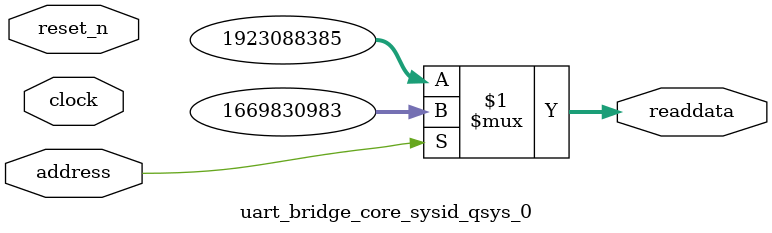
<source format=v>



// synthesis translate_off
`timescale 1ns / 1ps
// synthesis translate_on

// turn off superfluous verilog processor warnings 
// altera message_level Level1 
// altera message_off 10034 10035 10036 10037 10230 10240 10030 

module uart_bridge_core_sysid_qsys_0 (
               // inputs:
                address,
                clock,
                reset_n,

               // outputs:
                readdata
             )
;

  output  [ 31: 0] readdata;
  input            address;
  input            clock;
  input            reset_n;

  wire    [ 31: 0] readdata;
  //control_slave, which is an e_avalon_slave
  assign readdata = address ? 1669830983 : 1923088385;

endmodule



</source>
